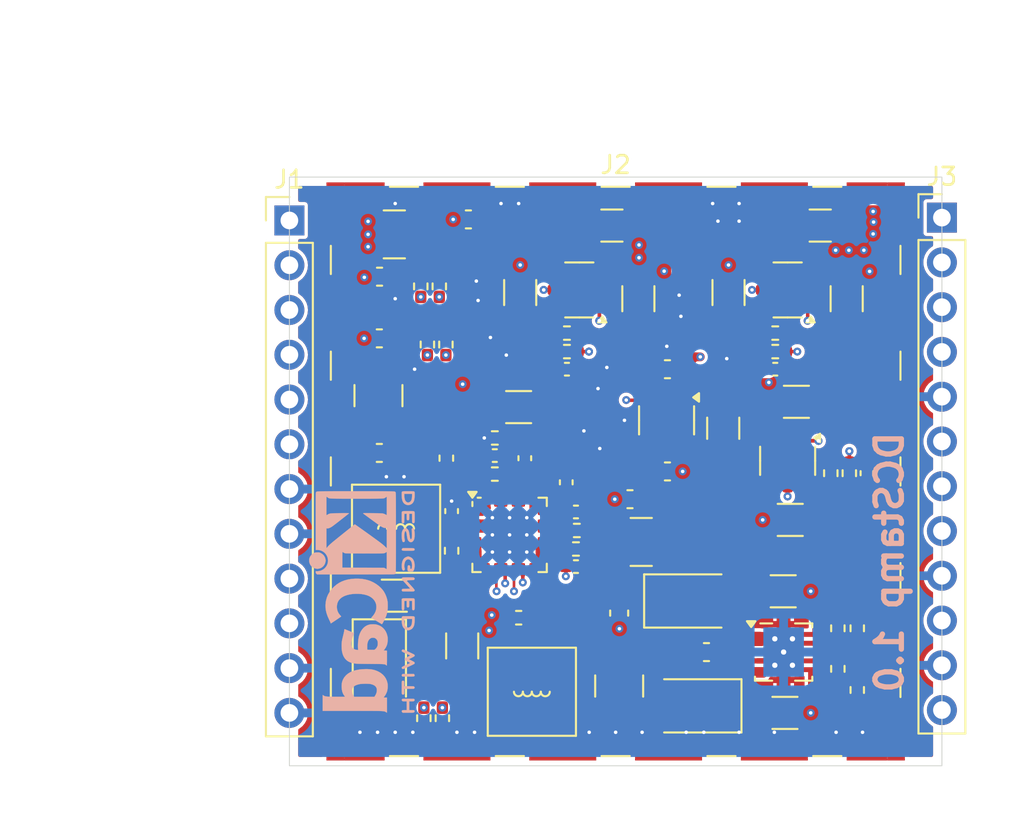
<source format=kicad_pcb>
(kicad_pcb (version 20240108) (generator "pcbnew") (generator_version "8.0")
  (layers (0 "F.Cu" signal) (1 "In1.Cu" signal) (2 "In2.Cu" signal) (31 "B.Cu" signal) (34 "B.Paste" user) (35 "F.Paste" user) (36 "B.SilkS" user "B.Silkscreen") (37 "F.SilkS" user "F.Silkscreen") (38 "B.Mask" user) (39 "F.Mask" user) (44 "Edge.Cuts" user))
  (net 0 "")
  (net 1 "GND")
  (net 2 "Net-(U2-FB)")
  (net 3 "Net-(U3-FB)")
  (net 4 "Net-(U4-FB)")
  (net 5 "Net-(U5-NR{slash}SS)")
  (net 6 "Net-(U2-SW)")
  (net 7 "Net-(U3-SW)")
  (net 8 "Net-(U4-SW)")
  (net 9 "Net-(U5-FBN)")
  (net 10 "Net-(U5-BUF)")
  (net 11 "Net-(U5-FBP)")
  (net 13 "/PSP")
  (net 14 "/Analog_EN")
  (net 15 "/PSN")
  (net 16 "/VIN(5V)")
  (net 17 "/1.8V_EN")
  (net 18 "/2.5V_EN")
  (net 19 "/3.3V_EN")
  (net 20 "/1.2V_EN")
  (net 21 "/Digital-power/VIN(5V)")
  (net 22 "/#3.3V")
  (net 23 "/#2.5V")
  (net 24 "/#1.8V")
  (net 25 "/#1.2V")
  (net 26 "/5V")
  (net 27 "/-5V")
  (net 28 "/PG_1.2V")
  (net 29 "/PG_1.8V")
  (net 30 "/PG_3.3V")
  (net 31 "/Analog_power/LDO/Vin-")
  (net 32 "/Analog_power/LDO/Vin+")
  (net 33 "/Analog_power/VIN(5V)")
  (net 34 "/Analog_power/DCDC/Vin")
  (net 35 "Net-(U6-CP)")
  (net 36 "Net-(U6-VREF)")
  (net 37 "Net-(U6-FBN)")
  (net 38 "/Analog_power/DCDC/Vout-")
  (net 39 "Net-(U6-CN)")
  (net 40 "Net-(U6-FBP)")
  (net 41 "/Analog_power/DCDC/Vout+")
  (net 42 "Net-(D1-A)")
  (net 43 "Net-(D2-K)")
  (footprint "Capacitor_SMD:C_1206_3216Metric_Pad1.33x1.80mm_HandSolder" (layer "F.Cu") (at 71 119.5)
    (property "Reference" "C19" (hide yes))
    (property "Value" "Value=22uF")
  )
  (footprint "Package_DFN_QFN:VQFN-24-1EP_4x4mm_P0.5mm_EP2.45x2.45mm_ThermalVias" (layer "F.Cu") (at 55.4855 116.3)
    (property "Reference" "U6" (hide yes))
    (property "Value" "TPS65130RGE")
  )
  (footprint "Capacitor_SMD:C_0402_1005Metric_Pad0.74x0.62mm_HandSolder" (layer "F.Cu") (at 59.249 118.1 180)
    (property "Reference" "C26" (hide yes))
    (property "Value" "13pF")
  )
  (footprint "Connector_PinHeader_2.54mm:PinHeader_1x12_P2.54mm_Vertical" (layer "F.Cu") (at 80 98.3)
    (property "Reference" "J3")
    (property "Value" "Conn_01x12")
  )
  (footprint "Resistor_SMD:R_0402_1005Metric_Pad0.72x0.64mm_HandSolder" (layer "F.Cu") (at 73.7 112.799999 90)
    (property "Reference" "R9" (hide yes))
    (property "Value" "R")
  )
  (footprint "RF_Shielding:Laird_Technologies_BMI-S-104_32.00x32.00mm" (layer "F.Cu") (at 61.5 112.7)
    (property "Reference" "J2")
    (property "Value" "RFShield_TwoPieces")
  )
  (footprint "Inductor_SMD:L_1206_3216Metric_Pad1.42x1.75mm_HandSolder" (layer "F.Cu") (at 73.1 98.75)
    (property "Reference" "L2" (hide yes))
    (property "Value" "2.2uH")
  )
  (footprint "Capacitor_SMD:C_0603_1608Metric_Pad1.08x0.95mm_HandSolder" (layer "F.Cu") (at 62.312501 114.275 180)
    (property "Reference" "C14" (hide yes))
    (property "Value" "Value=100nF")
  )
  (footprint "Resistor_SMD:R_0402_1005Metric_Pad0.72x0.64mm_HandSolder" (layer "F.Cu") (at 51.675 126.7 90)
    (property "Reference" "R17" (hide yes))
    (property "Value" "10k")
  )
  (footprint "Capacitor_SMD:C_0402_1005Metric_Pad0.74x0.62mm_HandSolder" (layer "F.Cu") (at 75.750001 112.799999 -90)
    (property "Reference" "C9" (hide yes))
    (property "Value" "C")
  )
  (footprint "Capacitor_SMD:C_1206_3216Metric_Pad1.33x1.80mm_HandSolder" (layer "F.Cu") (at 71.1 126.4)
    (property "Reference" "C20" (hide yes))
    (property "Value" "Value=22uF")
  )
  (footprint "Capacitor_SMD:C_0402_1005Metric_Pad0.74x0.62mm_HandSolder" (layer "F.Cu") (at 58.699 113.3175 90)
    (property "Reference" "C27" (hide yes))
    (property "Value" "4.7nF")
  )
  (footprint "Resistor_SMD:R_0402_1005Metric_Pad0.72x0.64mm_HandSolder" (layer "F.Cu") (at 75.2 121.6 90)
    (property "Reference" "R15" (hide yes))
    (property "Value" "10k")
  )
  (footprint "Package_SON:Texas_S-PVSON-N10_ThermalVias" (layer "F.Cu") (at 71.025 122.9475)
    (property "Reference" "U5" (hide yes))
    (property "Value" "TPS7A39")
  )
  (footprint "Capacitor_Tantalum_SMD:CP_EIA-3528-21_Kemet-B_Pad1.50x2.35mm_HandSolder" (layer "F.Cu") (at 48.1 123.724999 -90)
    (property "Reference" "C17" (hide yes))
    (property "Value" "Value=33uF Rser=350m")
  )
  (footprint "Diode_SMD:D_Powermite_AK" (layer "F.Cu") (at 51.899 110.9975 -90)
    (property "Reference" "D1" (hide yes))
    (property "Value" "D_Schottky")
  )
  (footprint "Capacitor_SMD:C_0402_1005Metric_Pad0.74x0.62mm_HandSolder" (layer "F.Cu") (at 58.7375 106.899999 180)
    (property "Reference" "C12" (hide yes))
    (property "Value" "C")
  )
  (footprint "Capacitor_SMD:C_0603_1608Metric_Pad1.08x0.95mm_HandSolder" (layer "F.Cu") (at 61.7 120.737499 90)
    (property "Reference" "C15" (hide yes))
    (property "Value" "Value=100n")
  )
  (footprint "Resistor_SMD:R_0402_1005Metric_Pad0.72x0.64mm_HandSolder" (layer "F.Cu") (at 51.875 105.5 -90)
    (property "Reference" "R2" (hide yes))
    (property "Value" "100")
  )
  (footprint "Capacitor_SMD:C_0603_1608Metric_Pad1.08x0.95mm_HandSolder" (layer "F.Cu") (at 48.1 105.15)
    (property "Reference" "C31" (hide yes))
    (property "Value" "Value=10nF")
  )
  (footprint "Resistor_SMD:R_0402_1005Metric_Pad0.72x0.64mm_HandSolder" (layer "F.Cu") (at 70.55 104.849999)
    (property "Reference" "R7" (hide yes))
    (property "Value" "R")
  )
  (footprint "Capacitor_Tantalum_SMD:CP_EIA-3528-21_Kemet-B_Pad1.50x2.35mm_HandSolder" (layer "F.Cu") (at 65.75 120.05)
    (property "Reference" "C22" (hide yes))
    (property "Value" "Value=33uF Rser=350m")
  )
  (footprint "Resistor_SMD:R_0402_1005Metric_Pad0.72x0.64mm_HandSolder" (layer "F.Cu") (at 58.7375 104.849998)
    (property "Reference" "R11" (hide yes))
    (property "Value" "R")
  )
  (footprint "Inductor_SMD:L_1210_3225Metric_Pad1.42x2.65mm_HandSolder" (layer "F.Cu") (at 48.95 99.25)
    (property "Reference" "L1" (hide yes))
    (property "Value" "~")
  )
  (footprint "Package_TO_SOT_SMD:SOT-23-6" (layer "F.Cu") (at 71.252501 112.097501 -90)
    (property "Reference" "U3" (hide yes))
    (property "Value" "TLV62568DDC")
  )
  (footprint "Resistor_SMD:R_0402_1005Metric_Pad0.72x0.64mm_HandSolder" (layer "F.Cu") (at 51.5 102.2 -90)
    (property "Reference" "R4" (hide yes))
    (property "Value" "100")
  )
  (footprint "Capacitor_SMD:C_0603_1608Metric_Pad1.08x0.95mm_HandSolder" (layer "F.Cu") (at 66.65 122.95)
    (property "Reference" "C18" (hide yes))
    (property "Value" "Value=10nF")
  )
  (footprint "Resistor_SMD:R_0402_1005Metric_Pad0.72x0.64mm_HandSolder" (layer "F.Cu") (at 74.750001 112.799998 -90)
    (property "Reference" "R8" (hide yes))
    (property "Value" "R")
  )
  (footprint "Capacitor_SMD:C_1206_3216Metric_Pad1.33x1.80mm_HandSolder" (layer "F.Cu") (at 55.999001 109.05)
    (property "Reference" "C30" (hide yes))
    (property "Value" "Value=22uF")
  )
  (footprint "Capacitor_SMD:C_0402_1005Metric_Pad0.74x0.62mm_HandSolder" (layer "F.Cu") (at 59.249 115 180)
    (property "Reference" "C25" (hide yes))
    (property "Value" "220nF")
  )
  (footprint "PCM_Inductor_SMD_Handsoldering_AKL:L_Wuerth_WE-TPC-3816" (layer "F.Cu") (at 56.749 125.2 -90)
    (property "Reference" "L8" (hide yes))
    (property "Value" "6.8uH" (hide yes))
  )
  (footprint "Capacitor_SMD:C_1206_3216Metric_Pad1.33x1.80mm_HandSolder" (layer "F.Cu") (at 74.6 102.9 -90)
    (property "Reference" "C7" (hide yes))
    (property "Value" "Value=10uF")
  )
  (footprint "Capacitor_SMD:C_1206_3216Metric_Pad1.33x1.80mm_HandSolder" (layer "F.Cu") (at 71.400001 115.45)
    (property "Reference" "C8" (hide yes))
    (property "Value" "Value=10uF")
  )
  (footprint "PCM_Inductor_SMD_Handsoldering_AKL:L_Wuerth_WE-TPC-3816" (layer "F.Cu") (at 49.049 115.95 90)
    (property "Reference" "L7" (hide yes))
    (property "Value" "Value=6.8u Rser=100m" (hide yes))
  )
  (footprint "Resistor_SMD:R_0402_1005Metric_Pad0.72x0.64mm_HandSolder" (layer "F.Cu") (at 50.825 105.4975 -90)
    (property "Reference" "R3" (hide yes))
    (property "Value" "100")
  )
  (footprint "Inductor_SMD:L_1206_3216Metric_Pad1.42x1.75mm_HandSolder" (layer "F.Cu") (at 67.600001 110.250001 90)
    (property "Reference" "L3" (hide yes))
    (property "Value" "2.2uH")
  )
  (footprint "Resistor_SMD:R_0402_1005Metric_Pad0.72x0.64mm_HandSolder" (layer "F.Cu") (at 58.737501 105.899999 180)
    (property "Reference" "R10" (hide yes))
    (property "Value" "R")
  )
  (footprint "Inductor_SMD:L_1210_3225Metric_Pad1.42x2.65mm_HandSolder" (layer "F.Cu") (at 61.7 124.875 -90)
    (property "Reference" "L9" (hide yes))
    (property "Value" "~")
  )
  (footprint "Resistor_SMD:R_0402_1005Metric_Pad0.72x0.64mm_HandSolder" (layer "F.Cu") (at 54.649 112.85)
    (property "Reference" "R21" (hide yes))
    (property "Value" "510k")
  )
  (footprint "Package_TO_SOT_SMD:SOT-23-5" (layer "F.Cu") (at 64.3875 109.8 -90)
    (property "Reference" "U1" (hide yes))
    (property "Value" "NCP718xSN250")
  )
  (footprint "Resistor_SMD:R_0402_1005Metric_Pad0.72x0.64mm_HandSolder" (layer "F.Cu") (at 54.649 110.8 180)
    (property "Reference" "R22" (hide yes))
    (property "Value" "130k")
  )
  (footprint "Capacitor_SMD:C_0402_1005Metric_Pad0.74x0.62mm_HandSolder" (layer "F.Cu") (at 56.349 111.95 90)
    (property "Reference" "C24" (hide yes))
    (property "Value" "10nF")
  )
  (footprint "Capacitor_SMD:C_1206_3216Metric_Pad1.33x1.80mm_HandSolder" (layer "F.Cu") (at 52.799 122.6 -90)
    (property "Reference" "C29" (hide yes))
    (property "Value" "Value=22uF")
  )
  (footprint "Inductor_SMD:L_1210_3225Metric_Pad1.42x2.65mm_HandSolder" (layer "F.Cu") (at 62.95 116.7)
    (property "Reference" "L5" (hide yes))
    (property "Value" "~")
  )
  (footprint "Resistor_SMD:R_0402_1005Metric_Pad0.72x0.64mm_HandSolder" (layer "F.Cu") (at 59.298999 116.05 180)
    (property "Reference" "R19" (hide yes))
    (property "Value" "110k")
  )
  (footprint "Resistor_SMD:R_0402_1005Metric_Pad0.72x0.64mm_HandSolder" (layer "F.Cu") (at 74.1 121.6 -90)
    (property "Reference" "R14" (hide yes))
    (property "Value" "32.4k")
  )
  (footprint "Resistor_SMD:R_0402_1005Metric_Pad0.72x0.64mm_HandSolder" (layer "F.Cu") (at 59.249 117.1 180)
    (property "Reference" "R20" (hide yes))
    (property "Value" "560k")
  )
  (footprint "Capacitor_SMD:C_1206_3216Metric_Pad1.33x1.80mm_HandSolder" (layer "F.Cu") (at 48.949 119.75)
    (property "Reference" "C21" (hide yes))
    (property "Value" "Value=10uF")
  )
  (footprint "Resistor_SMD:R_0402_1005Metric_Pad0.72x0.64mm_HandSolder" (layer "F.Cu") (at 70.550001 105.9 180)
    (property "Reference" "R6" (hide yes))
    (property "Value" "R")
  )
  (footprint "Resistor_SMD:R_0402_1005Metric_Pad0.72x0.64mm_HandSolder" (layer "F.Cu") (at 75.2 125.1 -90)
    (property "Reference" "R13" (hide yes))
    (property "Value" "42.2k")
  )
  (footprint "Capacitor_SMD:C_0603_1608Metric_Pad1.08x0.95mm_HandSolder" (layer "F.Cu") (at 64.4375 106.9 180)
    (property "Reference" "C3" (hide yes))
    (property "Value" "1uF")
  )
  (footprint "Capacitor_SMD:C_1206_3216Metric_Pad1.33x1.80mm_HandSolder" (layer "F.Cu") (at 62.7875 102.899999 -90)
    (property "Reference" "C13" (hide yes))
    (property "Value" "Value=10uF")
  )
  (footprint "Inductor_SMD:L_1206_3216Metric_Pad1.42x1.75mm_HandSolder" (layer "F.Cu") (at 61.2875 98.749999)
    (property "Reference" "L4" (hide yes))
    (property "Value" "2.2uH")
  )
  (footprint "Capacitor_Tantalum_SMD:CP_EIA-3528-21_Kemet-B_Pad1.50x2.35mm_HandSolder" (layer "F.Cu") (at 66 126 180)
    (property "Reference" "C16" (hide yes))
    (property "Value" "Value=33uF Rser=350m")
  )
  (footprint "Capacitor_SMD:C_0603_1608Metric_Pad1.08x0.95mm_HandSolder" (layer "F.Cu") (at 48.112501 101.65)
    (property "Reference" "C1" (hide yes))
    (property "Value" "Value=10n")
  )
  (footprint "Diode_SMD:D_Powermite_AK" (layer "F.Cu") (at 56.9515 121 180)
    (property "Reference" "D2" (hide yes))
    (property "Value" "D_Schottky")
  )
  (footprint "Capacitor_SMD:C_0603_1608Metric_Pad1.08x0.95mm_HandSolder" (layer "F.Cu") (at 48.1 111.65)
    (property "Reference" "C32" (hide yes))
    (property "Value" "Value=100nF")
  )
  (footprint "Resistor_SMD:R_0402_1005Metric_Pad0.72x0.64mm_HandSolder" (layer "F.Cu") (at 50.45 102.2 -90)
    (property "Reference" "R5" (hide yes))
    (property "Value" "100")
  )
  (footprint "Inductor_SMD:L_1210_3225Metric_Pad1.42x2.65mm_HandSolder" (layer "F.Cu") (at 48.05 108.4 -90)
    (property "Reference" "L6" (hide yes))
    (property "Value" "~")
  )
  (footprint "Capacitor_SMD:C_0603_1608Metric_Pad1.08x0.95mm_HandSolder" (layer "F.Cu") (at 53.15 98.4)
    (property "Reference" "C2" (hide yes))
    (property "Value" "Value=100n")
  )
  (footprint "Package_TO_SOT_SMD:SOT-23-6" (layer "F.Cu") (at 59.439999 102.402499 180)
    (property "Reference" "U4" (hide yes))
    (property "Value" "TLV62568DDC")
  )
  (footprint "Resistor_SMD:R_0402_1005Metric_Pad0.72x0.64mm_HandSolder" (layer "F.Cu") (at 74.1 123.9 -90)
    (property "Reference" "R12" (hide yes))
    (property "Value" "10k")
  )
  (footprint "Capacitor_SMD:C_0402_1005Metric_Pad0.74x0.62mm_HandSolder" (layer "F.Cu") (at 54.646499 111.800001 180)
    (property "Reference" "C28" (hide yes))
    (property "Value" "13p")
  )
  (footprint "Resistor_SMD:R_0402_1005Metric_Pad0.72x0.64mm_HandSolder" (layer "F.Cu") (at 52.199 117.2 90)
    (property "Reference" "R18" (hide yes))
    (property "Value" "100")
  )
  (footprint "Package_TO_SOT_SMD:SOT-23-6" (layer "F.Cu") (at 71.252499 102.4025 180)
    (property "Reference" "U2" (hide yes))
    (property "Value" "TLV62568DDC")
  )
  (footprint "Capacitor_SMD:C_1206_3216Metric_Pad1.33x1.80mm_HandSolder" (layer "F.Cu") (at 71.75 108.75)
    (property "Reference" "C10" (hide yes))
    (property "Value" "Value=10uF")
  )
  (footprint "Capacitor_SMD:C_0402_1005Metric_Pad0.74x0.62mm_HandSolder" (layer "F.Cu") (at 52.199 114.95 90)
    (property "Reference" "C23" (hide yes))
    (property "Value" "100nF")
  )
  (footprint "Capacitor_SMD:C_1206_3216Metric_Pad1.33x1.80mm_HandSolder" (layer "F.Cu") (at 56.0875 102.549999 -90)
    (property "Reference" "C11" (hide yes))
    (property "Value" "Value=10uF")
  )
  (footprint "Resistor_SMD:R_0402_1005Metric_Pad0.72x0.64mm_HandSolder" (layer "F.Cu") (at 50.625 126.7 90)
    (property "Reference" "R16" (hide yes))
    (property "Value" "10k")
  )
  (footprint "Capacitor_SMD:C_0402_1005Metric_Pad0.74x0.62mm_HandSolder" (layer "F.Cu") (at 70.55 106.9 180)
    (property "Reference" "C6" (hide yes))
    (property "Value" "C")
  )
  (footprint "Capacitor_SMD:C_0603_1608Metric_Pad1.08x0.95mm_HandSolder" (layer "F.Cu") (at 64.437499 112.7 180)
    (property "Reference" "C4" (hide yes))
    (property "Value" "1uF")
  )
  (footprint "Connector_PinHeader_2.54mm:PinHeader_1x12_P2.54mm_Vertical" (layer "F.Cu") (at 43 98.46)
    (property "Reference" "J1")
    (property "Value" "Conn_01x12")
  )
  (footprint "Capacitor_SMD:C_1206_3216Metric_Pad1.33x1.80mm_HandSolder" (layer "F.Cu") (at 67.9 102.55 -90)
    (property "Reference" "C5" (hide yes))
    (property "Value" "Value=10uF")
  )
  (footprint "Symbol:KiCad-Logo2_5mm_SilkScreen" (layer "B.Cu") (at 47.1 120.1 -90)
    (property "Reference" "logo1" (hide yes))
    (property "Value" "Logo_Open_Hardware_Small" (hide yes))
  )
  (gr_rect (start 43 96) (end 80 129.4) (stroke (width 0.05)) (fill none) (layer "Edge.Cuts"))
  (gr_text "DCStamp 1.0" (at 77.9 110.3 90) (layer "B.SilkS") (effects (font (size 1.5 1.5) (thickness 0.3) (bold yes)) (justify left bottom mirror)))
  (segment (start 62.7875 104.462499) (end 62.7875 105.6875) (width 0.8) (layer "F.Cu") (net 1))
  (segment (start 48.1 125.35) (end 49.65 125.35) (width 0.8) (layer "F.Cu") (net 1))
  (segment (start 52.925 115.55) (end 52.809 115.434) (width 0.2) (layer "F.Cu") (net 1))
  (segment (start 57.561501 109.05) (end 57.561501 107.738499) (width 0.8) (layer "F.Cu") (net 1))
  (segment (start 67.625 126) (end 69.1375 126) (width 0.8) (layer "F.Cu") (net 1))
  (segment (start 54.612499 104.112499) (end 54.6 104.1) (width 0.8) (layer "F.Cu") (net 1))
  (segment (start 56.7355 115.05) (end 56.4605 115.325) (width 0.25) (layer "F.Cu") (net 1))
  (segment (start 69.4375 119.5) (end 69.4375 118.0375) (width 0.8) (layer "F.Cu") (net 1))
  (segment (start 74.6 104.4625) (end 75.9375 104.4625) (width 0.8) (layer "F.Cu") (net 1))
  (segment (start 53.498 116.05) (end 54.2605 116.05) (width 0.25) (layer "F.Cu") (net 1))
  (segment (start 48.1 125.35) (end 46.75 125.35) (width 0.8) (layer "F.Cu") (net 1))
  (segment (start 69.4375 119.5) (end 67.925 119.5) (width 0.8) (layer "F.Cu") (net 1))
  (segment (start 52.799 125.299) (end 52.8 125.3) (width 0.8) (layer "F.Cu") (net 1))
  (segment (start 53.498 115.55) (end 52.925 115.55) (width 0.2) (layer "F.Cu") (net 1))
  (segment (start 69.1375 126) (end 69.5375 126.4) (width 0.8) (layer "F.Cu") (net 1))
  (segment (start 73.3125 108.75) (end 73.3125 107.2875) (width 0.8) (layer "F.Cu") (net 1))
  (segment (start 57.561501 109.05) (end 58.95 109.05) (width 0.8) (layer "F.Cu") (net 1))
  (segment (start 70.275 123.4475) (end 70.525 123.6975) (width 0.3) (layer "F.Cu") (net 1))
  (segment (start 57.561501 109.05) (end 56.65 109.05) (width 0.8) (layer "F.Cu") (net 1))
  (segment (start 48.9625 111.65) (end 48.9625 112.4625) (width 0.8) (layer "F.Cu") (net 1))
  (segment (start 54.2855 115.55) (end 54.5105 115.325) (width 0.2) (layer "F.Cu") (net 1))
  (segment (start 67.9 104.1125) (end 66.4125 104.1125) (width 0.8) (layer "F.Cu") (net 1))
  (segment (start 52.809 115.434) (end 52.809 114.9925) (width 0.2) (layer "F.Cu") (net 1))
  (segment (start 74.6 104.4625) (end 74.6 105.9) (width 0.8) (layer "F.Cu") (net 1))
  (segment (start 69.55 123.4475) (end 70.275 123.4475) (width 0.3) (layer "F.Cu") (net 1))
  (segment (start 67.625 126) (end 67.625 128.175) (width 0.8) (layer "F.Cu") (net 1))
  (segment (start 67.9 104.1125) (end 67.9 105.4) (width 0.8) (layer "F.Cu") (net 1))
  (segment (start 62.7875 104.462499) (end 61.537501 104.462499) (width 0.8) (layer "F.Cu") (net 1))
  (segment (start 52.799 124.1625) (end 53.9625 124.1625) (width 0.8) (layer "F.Cu") (net 1))
  (segment (start 50.5115 119.75) (end 50.5115 121.2885) (width 0.8) (layer "F.Cu") (net 1))
  (segment (start 52.799 124.1625) (end 52.799 125.299) (width 0.8) (layer "F.Cu") (net 1))
  (segment (start 72.962501 115.45) (end 72.962501 116.962501) (width 0.8) (layer "F.Cu") (net 1))
  (segment (start 67.625 128.175) (end 67.6 128.2) (width 0.8) (layer "F.Cu") (net 1))
  (segment (start 74.6 104.4625) (end 74.6 103.2) (width 0.8) (layer "F.Cu") (net 1))
  (segment (start 74.6 104.4625) (end 73.4375 104.4625) (width 0.8) (layer "F.Cu") (net 1))
  (segment (start 56.0875 104.112499) (end 54.612499 104.112499) (width 0.8) (layer "F.Cu") (net 1))
  (segment (start 54.2605 116.05) (end 54.5105 116.3) (width 0.2) (layer "F.Cu") (net 1))
  (segment (start 57.561501 109.05) (end 57.561501 110.438499) (width 0.8) (layer "F.Cu") (net 1))
  (segment (start 62.7875 104.462499) (end 64.437501 104.462499) (width 0.8) (layer "F.Cu") (net 1))
  (segment (start 56.0875 104.112499) (end 56.0875 105.3875) (width 0.8) (layer "F.Cu") (net 1))
  (segment (start 52.809 114.9925) (end 52.199 114.3825) (width 0.2) (layer "F.Cu") (net 1))
  (segment (start 73.3125 108.75) (end 73.3125 109.7125) (width 0.8) (layer "F.Cu") (net 1))
  (segment (start 52.799 124.1625) (end 51.3375 124.1625) (width 0.8) (layer "F.Cu") (net 1))
  (segment (start 57.561501 107.738499) (end 57.565238 107.734762) (width 0.8) (layer "F.Cu") (net 1))
  (segment (start 73.3125 108.75) (end 74.65 108.75) (width 0.8) (layer "F.Cu") (net 1))
  (segment (start 69.4375 120.8375) (end 69.5 120.9) (width 0.8) (layer "F.Cu") (net 1))
  (segment (start 69.4375 119.5) (end 69.4375 120.8375) (width 0.8) (layer "F.Cu") (net 1))
  (segment (start 67.925 119.5) (end 67.375 120.05) (width 0.8) (layer "F.Cu") (net 1))
  (segment (start 56.0875 105.3875) (end 56.1 105.4) (width 0.8) (layer "F.Cu") (net 1))
  (segment (start 69.4375 118.0375) (end 69.4 118) (width 0.8) (layer "F.Cu") (net 1))
  (segment (start 51.3375 124.1625) (end 51.3 124.2) (width 0.8) (layer "F.Cu") (net 1))
  (segment (start 48.1 125.35) (end 48.1 126.6) (width 0.8) (layer "F.Cu") (net 1))
  (segment (start 56.7355 114.3125) (end 56.7355 115.05) (width 0.25) (layer "F.Cu") (net 1))
  (segment (start 53.498 115.55) (end 54.2855 115.55) (width 0.25) (layer "F.Cu") (net 1))
  (segment (start 67.9 104.1125) (end 69.1125 104.1125) (width 0.8) (layer "F.Cu") (net 1))
  (segment (start 56.0875 104.112499) (end 57.187501 104.112499) (width 0.8) (layer "F.Cu") (net 1))
  (segment (start 72.962501 115.45) (end 74.75 115.45) (width 0.8) (layer "F.Cu") (net 1))
  (via (at 70.5 127.5) (size 0.45) (drill 0.2) (layers "F.Cu" "B.Cu") (net 1))
  (via (at 67.8 106.3) (size 0.45) (drill 0.2) (layers "F.Cu" "B.Cu") (net 1))
  (via (at 54.0515 110.8) (size 0.45) (drill 0.2) (layers "F.Cu" "B.Cu") (net 1))
  (via (at 62 109.8) (size 0.45) (drill 0.2) (layers "F.Cu" "B.Cu") (net 1))
  (via (at 54.4 105.1) (size 0.45) (drill 0.2) (layers "F.Cu" "B.Cu") (net 1))
  (via (at 48 127.5) (size 0.45) (drill 0.2) (layers "F.Cu" "B.Cu") (net 1))
  (via (at 53.7 103) (size 0.45) (drill 0.2) (layers "F.Cu" "B.Cu") (net 1))
  (via (at 61 106.8) (size 0.45) (drill 0.2) (layers "F.Cu" "B.Cu") (net 1))
  (via (at 60 127.5) (size 0.45) (drill 0.2) (layers "F.Cu" "B.Cu") (net 1))
  (via (at 63 127.5) (size 0.45) (drill 0.2) (layers "F.Cu" "B.Cu") (net 1))
  (via (at 64.4 105.6) (size 0.45) (drill 0.2) (layers "F.Cu" "B.Cu") (net 1))
  (via (at 49 97.5) (size 0.45) (drill 0.2) (layers "F.Cu" "B.Cu") (net 1))
  (via (at 68.5 127.5) (size 0.45) (drill 0.2) (layers "F.Cu" "B.Cu") (net 1))
  (via (at 50.1 106.9) (size 0.45) (drill 0.2) (layers "F.Cu" "B.Cu") (net 1))
  (via (at 65.1 102.7) (size 0.45) (drill 0.2) (layers "F.Cu" "B.Cu") (net 1))
  (via (at 68.5 97.5) (size 0.45) (drill 0.2) (layers "F.Cu" "B.Cu") (net 1))
  (via (at 65.5 127.5) (size 0.45) (drill 0.2) (layers "F.Cu" "B.Cu") (net 1))
  (via (at 53.6 101.9) (size 0.45) (drill 0.2) (layers "F.Cu" "B.Cu") (net 1))
  (via (at 67 97.5) (size 0.45) (drill 0.2) (layers "F.Cu" "B.Cu") (net 1))
  (via (at 52.199 114.3825) (size 0.45) (drill 0.2) (layers "F.Cu" "B.Cu") (net 1))
  (via (at 61.5 127.5) (size 0.45) (drill 0.2) (layers "F.Cu" "B.Cu") (net 1))
  (via (at 55.3 106.1) (size 0.45) (drill 0.2) (layers "F.Cu" "B.Cu") (net 1))
  (via (at 49.5 113) (size 0.45) (drill 0.2) (layers "F.Cu" "B.Cu") (net 1))
  (via (at 49 102.9) (size 0.45) (drill 0.2) (layers "F.Cu" "B.Cu") (net 1))
  (via (at 50 127.5) (size 0.45) (drill 0.2) (layers "F.Cu" "B.Cu") (net 1))
  (via (at 56 97.5) (size 0.45) (drill 0.2) (layers "F.Cu" "B.Cu") (net 1))
  (via (at 48.5 113) (size 0.45) (drill 0.2) (layers "F.Cu" "B.Cu") (net 1))
  (via (at 55 97.5) (size 0.45) (drill 0.2) (layers "F.Cu" "B.Cu") (net 1))
  (via (at 75.5 127.5) (size 0.45) (drill 0.2) (layers "F.Cu" "B.Cu") (net 1))
  (via (at 65.2 103.9) (size 0.45) (drill 0.2) (layers "F.Cu" "B.Cu") (net 1))
  (via (at 66.5 127.5) (size 0.45) (drill 0.2) (layers "F.Cu" "B.Cu") (net 1))
  (via (at 47 127.5) (size 0.45) (drill 0.2) (layers "F.Cu" "B.Cu") (net 1))
  (via (at 67.3 98.5) (size 0.45) (drill 0.2) (layers "F.Cu" "B.Cu") (net 1))
  (via (at 68.5 98.5) (size 0.45) (drill 0.2) (layers "F.Cu" "B.Cu") (net 1))
  (via (at 60.5 108) (size 0.45) (drill 0.2) (layers "F.Cu" "B.Cu") (net 1))
  (via (at 52.5 127.5) (size 0.45) (drill 0.2) (layers "F.Cu" "B.Cu") (net 1))
  (via (at 49 127.5) (size 0.45) (drill 0.2) (layers "F.Cu" "B.Cu") (net 1))
  (via (at 59.7 110.4) (size 0.45) (drill 0.2) (layers "F.Cu" "B.Cu") (net 1))
  (via (at 53.5 127.5) (size 0.45) (drill 0.2) (layers "F.Cu" "B.Cu") (net 1))
  (via (at 60.6 111.4) (size 0.45) (drill 0.2) (layers "F.Cu" "B.Cu") (net 1))
  (via (at 74 127.5) (size 0.45) (drill 0.2) (layers "F.Cu" "B.Cu") (net 1))
  (segment (start 69.9525 104.1025) (end 69.9525 104.85) (width 0.2) (layer "F.Cu") (net 2))
  (segment (start 69.9525 106.87) (end 69.9825 106.9) (width 0.2) (layer "F.Cu") (net 2))
  (segment (start 69.9525 105.9) (end 69.9525 106.87) (width 0.2) (layer "F.Cu") (net 2))
  (segment (start 70.114999 103.352499) (end 70.114998 103.935001) (width 0.2) (layer "F.Cu") (net 2))
  (segment (start 69.9525 104.85) (end 69.9525 105.9) (width 0.2) (layer "F.Cu") (net 2))
  (segment (start 69.95 104.1) (end 69.9525 104.1025) (width 0.2) (layer "F.Cu") (net 2))
  (segment (start 70.114998 103.935001) (end 69.95 104.1) (width 0.2) (layer "F.Cu") (net 2))
  (segment (start 72.2025 113.235001) (end 72.785002 113.235002) (width 0.2) (layer "F.Cu") (net 3))
  (segment (start 74.750001 113.3975) (end 75.720001 113.3975) (width 0.2) (layer "F.Cu") (net 3))
  (segment (start 73.700001 113.3975) (end 74.750001 113.3975) (width 0.2) (layer "F.Cu") (net 3))
  (segment (start 73.7 113.3975) (end 74.75 113.3975) (width 0.2) (layer "F.Cu") (net 3))
  (segment (start 75.720001 113.3975) (end 75.750001 113.3675) (width 0.2) (layer "F.Cu") (net 3))
  (segment (start 72.785002 113.235002) (end 72.950001 113.4) (width 0.2) (layer "F.Cu") (net 3))
  (segment (start 72.952501 113.3975) (end 73.700001 113.3975) (width 0.2) (layer "F.Cu") (net 3))
  (segment (start 74.750001 113.3975) (end 75.720001 113.3975) (width 0.2) (layer "F.Cu") (net 3))
  (segment (start 72.952501 113.3975) (end 73.700001 113.3975) (width 0.2) (layer "F.Cu") (net 3))
  (segment (start 72.785002 113.235002) (end 72.950001 113.4) (width 0.2) (layer "F.Cu") (net 3))
  (segment (start 72.785001 113.235001) (end 72.950001 113.4) (width 0.2) (layer "F.Cu") (net 3))
  (segment (start 72.2025 113.235001) (end 72.785002 113.235002) (width 0.2) (layer "F.Cu") (net 3))
  (segment (start 72.9525 113.3975) (end 73.7 113.3975) (width 0.2) (layer "F.Cu") (net 3))
  (segment (start 72.950001 113.4) (end 72.952501 113.3975) (width 0.2) (layer "F.Cu") (net 3))
  (segment (start 72.202499 113.235002) (end 72.785001 113.235001) (width 0.2) (layer "F.Cu") (net 3))
  (segment (start 74.75 113.3975) (end 75.72 113.3975) (width 0.2) (layer "F.Cu") (net 3))
  (segment (start 72.950001 113.4) (end 72.952501 113.3975) (width 0.2) (layer "F.Cu") (net 3))
  (segment (start 75.720001 113.3975) (end 75.750001 113.3675) (width 0.2) (layer "F.Cu") (net 3))
  (segment (start 73.700001 113.3975) (end 74.750001 113.3975) (width 0.2) (layer "F.Cu") (net 3))
  (segment (start 75.72 113.3975) (end 75.750001 113.3675) (width 0.2) (layer "F.Cu") (net 3))
  (segment (start 72.950001 113.4) (end 72.9525 113.3975) (width 0.2) (layer "F.Cu") (net 3))
  (segment (start 58.14 104.849999) (end 58.14 105.899999) (width 0.2) (layer "F.Cu") (net 4))
  (segment (start 58.14 104.849999) (end 58.14 105.899999) (width 0.2) (layer "F.Cu") (net 4))
  (segment (start 58.14 105.899999) (end 58.14 106.87) (width 0.2) (layer "F.Cu") (net 4))
  (segment (start 58.14 106.87) (end 58.17 106.9) (width 0.2) (layer "F.Cu") (net 4))
  (segment (start 58.14 106.869999) (end 58.17 106.899999) (width 0.2) (layer "F.Cu") (net 4))
  (segment (start 58.14 104.85) (end 58.14 105.899999) (width 0.2) (layer "F.Cu") (net 4))
  (segment (start 58.1375 104.1) (end 58.14 104.1025) (width 0.2) (layer "F.Cu") (net 4))
  (segment (start 58.302499 103.935001) (end 58.1375 104.1) (width 0.2) (layer "F.Cu") (net 4))
  (segment (start 58.14 105.899999) (end 58.14 106.869999) (width 0.2) (layer "F.Cu") (net 4))
  (segment (start 58.302498 103.935) (end 58.1375 104.099999) (width 0.2) (layer "F.Cu") (net 4))
  (segment (start 58.1375 104.099999) (end 58.14 104.102499) (width 0.2) (layer "F.Cu") (net 4))
  (segment (start 58.302498 103.935) (end 58.1375 104.099999) (width 0.2) (layer "F.Cu") (net 4))
  (segment (start 58.14 104.1025) (end 58.14 104.85) (width 0.2) (layer "F.Cu") (net 4))
  (segment (start 58.14 106.869999) (end 58.17 106.899999) (width 0.2) (layer "F.Cu") (net 4))
  (segment (start 58.302499 103.352498) (end 58.302498 103.935) (width 0.2) (layer "F.Cu") (net 4))
  (segment (start 58.1375 104.099999) (end 58.14 104.102499) (width 0.2) (layer "F.Cu") (net 4))
  (segment (start 58.14 104.102499) (end 58.14 104.849999) (width 0.2) (layer "F.Cu") (net 4))
  (segment (start 58.14 104.102499) (end 58.14 104.849999) (width 0.2) (layer "F.Cu") (net 4))
  (segment (start 58.302499 103.352499) (end 58.302499 103.935001) (width 0.2) (layer "F.Cu") (net 4))
  (segment (start 58.302499 103.352498) (end 58.302498 103.935) (width 0.2) (layer "F.Cu") (net 4))
  (segment (start 58.14 105.899999) (end 58.14 106.869999) (width 0.2) (layer "F.Cu") (net 4))
  (segment (start 69.55 122.9475) (end 67.5375 122.9475) (width 0.2) (layer "F.Cu") (net 5))
  (segment (start 72.5 123.4475) (end 73.0575 123.4475) (width 0.2) (layer "F.Cu") (net 9))
  (segment (start 74.1 124.49) (end 74.1 124.495) (width 0.2) (layer "F.Cu") (net 9))
  (segment (start 75.095 124.495) (end 75.1 124.5) (width 0.2) (layer "F.Cu") (net 9))
  (segment (start 73.0575 123.4475) (end 74.1 124.49) (width 0.2) (layer "F.Cu") (net 9))
  (segment (start 74.1 124.495) (end 75.095 124.495) (width 0.2) (layer "F.Cu") (net 9))
  (segment (start 73.7475 122.9475) (end 74.1 123.3) (width 0.2) (layer "F.Cu") (net 10))
  (segment (start 72.5 122.9475) (end 73.7475 122.9475) (width 0.2) (layer "F.Cu") (net 10))
  (segment (start 74.1 122.195) (end 75.1 122.195) (width 0.2) (layer "F.Cu") (net 11))
  (segment (start 73.35 122.4475) (end 73.6025 122.195) (width 0.2) (layer "F.Cu") (net 11))
  (segment (start 72.5 122.4475) (end 73.35 122.4475) (width 0.2) (layer "F.Cu") (net 11))
  (segment (start 73.6025 122.195) (end 74.1 122.195) (width 0.2) (layer "F.Cu") (net 11))
  (segment (start 55.2355 119.05) (end 55.2355 118.287499) (width 0.2) (layer "F.Cu") (net 13))
  (via (at 55.2355 119.05) (size 0.45) (drill 0.2) (layers "F.Cu" "B.Cu") (net 13))
  (via (at 51.675 126.1025) (size 0.45) (drill 0.2) (layers "F.Cu" "B.Cu") (net 13))
  (segment (start 54.7355 119.4865) (end 54.7355 118.2875) (width 0.15) (layer "F.Cu") (net 14))
  (segment (start 54.749 119.5) (end 54.7355 119.4865) (width 0.15) (layer "F.Cu") (net 14))
  (segment (start 55.7355 119.5) (end 55.7355 118.2875) (width 0.15) (layer "F.Cu") (net 14))
  (via (at 55.7355 119.5) (size 0.45) (drill 0.2) (layers "F.Cu" "B.Cu") (net 14))
  (via (at 54.749 119.5) (size 0.45) (drill 0.2) (layers "F.Cu" "B.Cu") (net 14))
  (segment (start 56.2355 119) (end 56.2355 118.2875) (width 0.2) (layer "F.Cu") (net 15))
  (via (at 56.2355 119) (size 0.45) (drill 0.2) (layers "F.Cu" "B.Cu") (net 15))
  (via (at 50.625 126.1025) (size 0.45) (drill 0.2) (layers "F.Cu" "B.Cu") (net 15))
  (segment (start 47.25 101.687499) (end 47.25 99.4625) (width 0.8) (layer "F.Cu") (net 16))
  (segment (start 47.237499 105.153484) (end 48.05 105.965985) (width 0.8) (layer "F.Cu") (net 16))
  (segment (start 47.237499 105.15) (end 47.237499 105.153484) (width 0.8) (layer "F.Cu") (net 16))
  (segment (start 47.25 99.4625) (end 47.4625 99.25) (width 0.8) (layer "F.Cu") (net 16))
  (segment (start 48.05 105.965985) (end 48.05 106.9125) (width 0.8) (layer "F.Cu") (net 16))
  (via (at 47.237499 105.15) (size 0.45) (drill 0.2) (layers "F.Cu" "B.Cu") (net 16))
  (via (at 47.4625 99.95) (size 0.45) (drill 0.2) (layers "F.Cu" "B.Cu") (net 16))
  (via (at 47.4625 98.5125) (size 0.45) (drill 0.2) (layers "F.Cu" "B.Cu") (net 16))
  (via (at 47.25 101.687499) (size 0.45) (drill 0.2) (layers "F.Cu" "B.Cu") (net 16))
  (via (at 47.4625 99.25) (size 0.45) (drill 0.2) (layers "F.Cu" "B.Cu") (net 16))
  (segment (start 72.992502 110.960001) (end 73.000001 110.9675) (width 0.2) (layer "F.Cu") (net 17))
  (segment (start 72.992502 110.960001) (end 73.000001 110.9675) (width 0.2) (layer "F.Cu") (net 17))
  (segment (start 72.2025 110.960001) (end 72.992502 110.960001) (width 0.2) (layer "F.Cu") (net 17))
  (segment (start 72.2025 110.960001) (end 72.992502 110.960001) (width 0.2) (layer "F.Cu") (net 17))
  (via (at 73.000001 110.9675) (size 0.45) (drill 0.2) (layers "F.Cu" "B.Cu") (net 17))
  (via (at 73.000001 110.9675) (size 0.45) (drill 0.2) (layers "F.Cu" "B.Cu") (net 17))
  (via (at 50.825 106.095) (size 0.45) (drill 0.2) (layers "F.Cu" "B.Cu") (net 17))
  (segment (start 62.1125 108.6625) (end 62.1 108.65) (width 0.2) (layer "F.Cu") (net 18))
  (segment (start 63.437501 108.6625) (end 62.1125 108.6625) (width 0.2) (layer "F.Cu") (net 18))
  (via (at 62.1 108.65) (size 0.45) (drill 0.2) (layers "F.Cu" "B.Cu") (net 18))
  (via (at 51.5 102.7975) (size 0.45) (drill 0.2) (layers "F.Cu" "B.Cu") (net 18))
  (segment (start 72.389999 103.352499) (end 72.389999 104.142501) (width 0.2) (layer "F.Cu") (net 19))
  (segment (start 72.389999 104.142501) (end 72.3825 104.15) (width 0.2) (layer "F.Cu") (net 19))
  (via (at 72.3825 104.15) (size 0.45) (drill 0.2) (layers "F.Cu" "B.Cu") (net 19))
  (via (at 50.45 102.7975) (size 0.45) (drill 0.2) (layers "F.Cu" "B.Cu") (net 19))
  (segment (start 60.577499 104.1425) (end 60.57 104.149999) (width 0.2) (layer "F.Cu") (net 20))
  (segment (start 60.577499 104.1425) (end 60.57 104.149999) (width 0.2) (layer "F.Cu") (net 20))
  (segment (start 60.577499 103.352498) (end 60.577499 104.1425) (width 0.2) (layer "F.Cu") (net 20))
  (segment (start 60.577499 103.352498) (end 60.577499 104.1425) (width 0.2) (layer "F.Cu") (net 20))
  (via (at 60.57 104.149999) (size 0.45) (drill 0.2) (layers "F.Cu" "B.Cu") (net 20))
  (via (at 60.57 104.149999) (size 0.45) (drill 0.2) (layers "F.Cu" "B.Cu") (net 20))
  (via (at 51.875 106.0975) (size 0.45) (drill 0.2) (layers "F.Cu" "B.Cu") (net 20))
  (segment (start 50.45 101.6025) (end 50.45 99.2625) (width 0.2) (layer "F.Cu") (net 21))
  (segment (start 51.8025 101.6025) (end 52.5 102.3) (width 0.2) (layer "F.Cu") (net 21))
  (segment (start 52.5 104.2775) (end 51.875 104.9025) (width 0.2) (layer "F.Cu") (net 21))
  (segment (start 50.45 99.2625) (end 50.4375 99.25) (width 0.2) (layer "F.Cu") (net 21))
  (segment (start 51.8725 104.9) (end 51.875 104.9025) (width 0.2) (layer "F.Cu") (net 21))
  (segment (start 52.287499 98.612501) (end 51.65 99.25) (width 0.8) (layer "F.Cu") (net 21))
  (segment (start 52.5 102.3) (end 52.5 104.2775) (width 0.2) (layer "F.Cu") (net 21))
  (segment (start 50.825 104.9) (end 51.8725 104.9) (width 0.2) (layer "F.Cu") (net 21))
  (segment (start 51.5 101.6025) (end 50.45 101.6025) (width 0.2) (layer "F.Cu") (net 21))
  (segment (start 52.287499 98.4) (end 52.287499 98.612501) (width 0.8) (layer "F.Cu") (net 21))
  (segment (start 51.65 99.25) (end 50.4375 99.25) (width 0.8) (layer "F.Cu") (net 21))
  (segment (start 51.5 101.6025) (end 51.8025 101.6025) (width 0.2) (layer "F.Cu") (net 21))
  (via (at 56.0875 100.987499) (size 0.45) (drill 0.2) (layers "F.Cu" "B.Cu") (net 21))
  (via (at 67.9 100.9875) (size 0.45) (drill 0.2) (layers "F.Cu" "B.Cu") (net 21))
  (via (at 52.287499 98.4) (size 0.45) (drill 0.2) (layers "F.Cu" "B.Cu") (net 21))
  (via (at 69.837501 115.45) (size 0.45) (drill 0.2) (layers "F.Cu" "B.Cu") (net 21))
  (segment (start 66.000001 106.2) (end 66.3 106.2) (width 0.5) (layer "F.Cu") (net 22))
  (segment (start 65.337499 106.937498) (end 65.300001 106.9) (width 0.5) (layer "F.Cu") (net 22))
  (segment (start 71.1475 105.9) (end 71.1475 106.87) (width 0.2) (layer "F.Cu") (net 22))
  (segment (start 75.9 101.35) (end 74.6125 101.35) (width 0.2) (layer "F.Cu") (net 22))
  (segment (start 71.1475 106.87) (end 71.1175 106.9) (width 0.2) (layer "F.Cu") (net 22))
  (segment (start 65.300001 106.9) (end 66.000001 106.2) (width 0.5) (layer "F.Cu") (net 22))
  (segment (start 74.6125 101.35) (end 74.6 101.3375) (width 0.2) (layer "F.Cu") (net 22))
  (segment (start 65.337499 108.6625) (end 65.337499 106.937498) (width 0.5) (layer "F.Cu") (net 22))
  (segment (start 71.1475 105.9) (end 71.8 105.9) (width 0.2) (layer "F.Cu") (net 22))
  (via (at 71.8 105.9) (size 0.45) (drill 0.2) (layers "F.Cu" "B.Cu") (net 22))
  (via (at 73.975 100.15) (size 0.45) (drill 0.2) (layers "F.Cu" "B.Cu") (net 22))
  (via (at 76.1 97.95) (size 0.45) (drill 0.2) (layers "F.Cu" "B.Cu") (net 22))
  (via (at 75.9 101.35) (size 0.45) (drill 0.2) (layers "F.Cu" "B.Cu") (net 22))
  (via (at 76.125 98.55) (size 0.45) (drill 0.2) (layers "F.Cu" "B.Cu") (net 22))
  (via (at 66.3 106.2) (size 0.45) (drill 0.2) (layers "F.Cu" "B.Cu") (net 22))
  (via (at 74.725 100.15) (size 0.45) (drill 0.2) (layers "F.Cu" "B.Cu") (net 22))
  (via (at 76.1 99.225) (size 0.45) (drill 0.2) (layers "F.Cu" "B.Cu") (net 22))
  (via (at 75.575 100.15) (size 0.45) (drill 0.2) (layers "F.Cu" "B.Cu") (net 22))
  (segment (start 65.337499 112.662501) (end 65.3 112.7) (width 0.5) (layer "F.Cu") (net 23))
  (segment (start 65.337499 110.9375) (end 65.337499 112.662501) (width 0.5) (layer "F.Cu") (net 23))
  (via (at 65.3 112.7) (size 0.45) (drill 0.2) (layers "F.Cu" "B.Cu") (net 23))
  (segment (start 74.750001 112.2025) (end 75.720001 112.2025) (width 0.2) (layer "F.Cu") (net 24))
  (segment (start 74.75 112.2025) (end 74.75 111.55) (width 0.2) (layer "F.Cu") (net 24))
  (segment (start 74.750001 112.2025) (end 74.750001 111.55) (width 0.2) (layer "F.Cu") (net 24))
  (segment (start 75.720001 112.2025) (end 75.750001 112.2325) (width 0.2) (layer "F.Cu") (net 24))
  (segment (start 74.750001 112.2025) (end 75.720001 112.2025) (width 0.2) (layer "F.Cu") (net 24))
  (segment (start 70.2 108.7375) (end 70.1875 108.725) (width 0.2) (layer "F.Cu") (net 24))
  (segment (start 75.72 112.2025) (end 75.75 112.232499) (width 0.2) (layer "F.Cu") (net 24))
  (segment (start 70.200001 108.7375) (end 70.187501 108.75) (width 0.2) (layer "F.Cu") (net 24))
  (segment (start 70.200001 108.7375) (end 70.187501 108.75) (width 0.2) (layer "F.Cu") (net 24))
  (segment (start 74.750001 112.2025) (end 74.750001 111.55) (width 0.2) (layer "F.Cu") (net 24))
  (segment (start 75.720001 112.2025) (end 75.750001 112.2325) (width 0.2) (layer "F.Cu") (net 24))
  (segment (start 74.75 112.2025) (end 75.72 112.2025) (width 0.2) (layer "F.Cu") (net 24))
  (via (at 74.750001 111.55) (size 0.45) (drill 0.2) (layers "F.Cu" "B.Cu") (net 24))
  (via (at 74.750001 111.55) (size 0.45) (drill 0.2) (layers "F.Cu" "B.Cu") (net 24))
  (via (at 74.75 111.55) (size 0.45) (drill 0.2) (layers "F.Cu" "B.Cu") (net 24))
  (via (at 70.1875 107.65) (size 0.45) (drill 0.2) (layers "F.Cu" "B.Cu") (net 24))
  (segment (start 59.335 106.869999) (end 59.305 106.9) (width 0.2) (layer "F.Cu") (net 25))
  (segment (start 62.8 101.35) (end 62.7875 101.3375) (width 0.2) (layer "F.Cu") (net 25))
  (segment (start 59.335 105.899999) (end 59.9875 105.899999) (width 0.2) (layer "F.Cu") (net 25))
  (segment (start 62.8 101.349999) (end 62.8125 101.337499) (width 0.2) (layer "F.Cu") (net 25))
  (segment (start 59.335 105.9) (end 59.335 106.869999) (width 0.2) (layer "F.Cu") (net 25))
  (segment (start 59.335 106.869999) (end 59.305 106.899999) (width 0.2) (layer "F.Cu") (net 25))
  (segment (start 62.8 101.349999) (end 62.7875 101.337499) (width 0.2) (layer "F.Cu") (net 25))
  (segment (start 59.335 105.9) (end 59.9875 105.9) (width 0.2) (layer "F.Cu") (net 25))
  (segment (start 59.335 105.899999) (end 59.9875 105.899999) (width 0.2) (layer "F.Cu") (net 25))
  (segment (start 59.335 105.899999) (end 59.335 106.869999) (width 0.2) (layer "F.Cu") (net 25))
  (segment (start 59.335 105.899999) (end 59.335 106.869999) (width 0.2) (layer "F.Cu") (net 25))
  (segment (start 59.335 106.869999) (end 59.305 106.899999) (width 0.2) (layer "F.Cu") (net 25))
  (via (at 59.9875 105.9) (size 0.45) (drill 0.2) (layers "F.Cu" "B.Cu") (net 25))
  (via (at 62.825 100.575) (size 0.45) (drill 0.2) (layers "F.Cu" "B.Cu") (net 25))
  (via (at 62.825 99.85) (size 0.45) (drill 0.2) (layers "F.Cu" "B.Cu") (net 25))
  (via (at 64.25 101.337499) (size 0.45) (drill 0.2) (layers "F.Cu" "B.Cu") (net 25))
  (via (at 59.9875 105.899999) (size 0.45) (drill 0.2) (layers "F.Cu" "B.Cu") (net 25))
  (via (at 59.9875 105.899999) (size 0.45) (drill 0.2) (layers "F.Cu" "B.Cu") (net 25))
  (segment (start 72.8 119.735) (end 72.8 121.9325) (width 0.3) (layer "F.Cu") (net 26))
  (segment (start 72.5625 119.4975) (end 72.8 119.735) (width 0.3) (layer "F.Cu") (net 26))
  (segment (start 72.5 121.9475) (end 73.1525 121.9475) (width 0.2) (layer "F.Cu") (net 26))
  (segment (start 73.1525 121.9475) (end 74.1 121) (width 0.2) (layer "F.Cu") (net 26))
  (via (at 72.5625 119.4975) (size 0.45) (drill 0.2) (layers "F.Cu" "B.Cu") (net 26))
  (segment (start 72.5625 124.6975) (end 72.5625 124.01) (width 0.3) (layer "F.Cu") (net 27))
  (segment (start 72.5625 126.3975) (end 72.5625 124.6975) (width 0.3) (layer "F.Cu") (net 27))
  (segment (start 73.290028 124.6975) (end 72.5625 124.6975) (width 0.2) (layer "F.Cu") (net 27))
  (segment (start 75.1 125.695) (end 74.287528 125.695) (width 0.2) (layer "F.Cu") (net 27))
  (segment (start 74.287528 125.695) (end 73.290028 124.6975) (width 0.2) (layer "F.Cu") (net 27))
  (via (at 72.5625 126.3975) (size 0.45) (drill 0.2) (layers "F.Cu" "B.Cu") (net 27))
  (segment (start 58.302498 102.402499) (end 57.4225 102.402499) (width 0.2) (layer "F.Cu") (net 28))
  (segment (start 57.4225 102.402499) (end 57.42 102.399999) (width 0.2) (layer "F.Cu") (net 28))
  (segment (start 58.302498 102.402499) (end 57.4225 102.402499) (width 0.2) (layer "F.Cu") (net 28))
  (segment (start 57.4225 102.402499) (end 57.42 102.399999) (width 0.2) (layer "F.Cu") (net 28))
  (via (at 57.42 102.399999) (size 0.45) (drill 0.2) (layers "F.Cu" "B.Cu") (net 28))
  (via (at 57.42 102.399999) (size 0.45) (drill 0.2) (layers "F.Cu" "B.Cu") (net 28))
  (segment (start 71.252501 114.115) (end 71.250001 114.1175) (width 0.2) (layer "F.Cu") (net 29))
  (segment (start 71.252501 113.235002) (end 71.252501 114.115) (width 0.2) (layer "F.Cu") (net 29))
  (segment (start 71.252501 113.235002) (end 71.252501 114.115) (width 0.2) (layer "F.Cu") (net 29))
  (segment (start 71.252501 114.115) (end 71.250001 114.1175) (width 0.2) (layer "F.Cu") (net 29))
  (via (at 71.250001 114.1175) (size 0.45) (drill 0.2) (layers "F.Cu" "B.Cu") (net 29))
  (via (at 71.250001 114.1175) (size 0.45) (drill 0.2) (layers "F.Cu" "B.Cu") (net 29))
  (segment (start 70.114998 102.4025) (end 69.235 102.4025) (width 0.2) (layer "F.Cu") (net 30))
  (segment (start 69.235 102.4025) (end 69.2325 102.4) (width 0.2) (layer "F.Cu") (net 30))
  (via (at 69.2325 102.4) (size 0.45) (drill 0.2) (layers "F.Cu" "B.Cu") (net 30))
  (segment (start 64.4375 125.9375) (end 64.4375 126.3975) (width 0.3) (layer "F.Cu") (net 31))
  (segment (start 64.45 126.3625) (end 64.4875 126.4) (width 0.8) (layer "F.Cu") (net 31))
  (segment (start 64.3875 119.5) (end 64.3875 116.75) (width 0.8) (layer "F.Cu") (net 32))
  (segment (start 64.4375 120.3875) (end 64.4375 119.4975) (width 0.3) (layer "F.Cu") (net 32))
  (segment (start 69.265 122.4475) (end 69.265 121.9475) (width 0.3) (layer "F.Cu") (net 32))
  (segment (start 64.3875 116.75) (end 64.4375 116.7) (width 0.8) (layer "F.Cu") (net 32))
  (segment (start 47.3865 116.0375) (end 47.299 115.95) (width 0.8) (layer "F.Cu") (net 33))
  (segment (start 47.2375 111.65) (end 47.2375 111.646514) (width 0.8) (layer "F.Cu") (net 33))
  (segment (start 47.299 111.7115) (end 47.2375 111.65) (width 0.8) (layer "F.Cu") (net 33))
  (segment (start 52.2515 116.55) (end 52.199 116.6025) (width 0.2) (layer "F.Cu") (net 34))
  (segment (start 53.498 116.55) (end 52.2515 116.55) (width 0.2) (layer "F.Cu") (net 34))
  (segment (start 52.199 115.5175) (end 52.199 116.6025) (width 0.2) (layer "F.Cu") (net 34))
  (segment (start 55.735499 114.3125) (end 55.7355 113.910614) (width 0.2) (layer "F.Cu") (net 35))
  (segment (start 55.7355 113.910614) (end 56.349 113.297114) (width 0.2) (layer "F.Cu") (net 35))
  (segment (start 56.349 113.297114) (end 56.349 112.5175) (width 0.2) (layer "F.Cu") (net 35))
  (segment (start 58.1315 115.55) (end 57.473 115.55) (width 0.2) (layer "F.Cu") (net 36))
  (segment (start 58.6815 115) (end 58.1315 115.55) (width 0.2) (layer "F.Cu") (net 36))
  (segment (start 59.7315 116.05) (end 59.8965 116.05) (width 0.2) (layer "F.Cu") (net 36))
  (segment (start 58.6815 115) (end 59.7315 116.05) (width 0.2) (layer "F.Cu") (net 36))
  (segment (start 58.7015 116.05) (end 58.7965 116.05) (width 0.2) (layer "F.Cu") (net 37))
  (segment (start 59.8465 118.07) (end 59.8165 118.1) (width 0.2) (layer "F.Cu") (net 37))
  (segment (start 58.7015 116.05) (end 57.472999 116.05) (width 0.2) (layer "F.Cu") (net 37))
  (segment (start 58.7965 116.05) (end 59.846499 117.1) (width 0.2) (layer "F.Cu") (net 37))
  (segment (start 59.846499 117.1) (end 59.8465 118.07) (width 0.2) (layer "F.Cu") (net 37))
  (segment (start 58.6515 118.07) (end 58.6815 118.1) (width 0.2) (layer "F.Cu") (net 38))
  (segment (start 58.6815 118.1) (end 58.6815 118.6435) (width 0.2) (layer "F.Cu") (net 38))
  (segment (start 57.473 116.55) (end 58.1015 116.55) (width 0.2) (layer "F.Cu") (net 38))
  (segment (start 61.7 123.3875) (end 61.7 121.637499) (width 0.8) (layer "F.Cu") (net 38))
  (segment (start 58.6515 117.1) (end 58.6515 118.07) (width 0.2) (layer "F.Cu") (net 38))
  (segment (start 61.7 121.637499) (end 61.712499 121.625) (width 0.8) (layer "F.Cu") (net 38))
  (segment (start 58.1015 116.55) (end 58.6515 117.1) (width 0.2) (layer "F.Cu") (net 38))
  (segment (start 58.6815 118.6435) (end 58.675 118.65) (width 0.2) (layer "F.Cu") (net 38))
  (via (at 58.675 118.65) (size 0.45) (drill 0.2) (layers "F.Cu" "B.Cu") (net 38))
  (via (at 54.475 120.85) (size 0.45) (drill 0.2) (layers "F.Cu" "B.Cu") (net 38))
  (via (at 61.712499 121.625) (size 0.45) (drill 0.2) (layers "F.Cu" "B.Cu") (net 38))
  (via (at 54.325 121.725) (size 0.45) (drill 0.2) (layers "F.Cu" "B.Cu") (net 38))
  (segment (start 57.473 114.452) (end 58.04 113.885) (width 0.2) (layer "F.Cu") (net 39))
  (segment (start 57.473 115.05) (end 57.473 114.452) (width 0.2) (layer "F.Cu") (net 39))
  (segment (start 58.04 113.885) (end 58.699 113.885) (width 0.2) (layer "F.Cu") (net 39))
  (segment (start 55.213999 110.832502) (end 55.2465 110.8) (width 0.15) (layer "F.Cu") (net 40))
  (segment (start 55.2355 112.860999) (end 55.2465 112.85) (width 0.15) (layer "F.Cu") (net 40))
  (segment (start 55.213999 111.800001) (end 55.213999 110.832502) (width 0.15) (layer "F.Cu") (net 40))
  (segment (start 55.2465 112.85) (end 55.2465 111.832501) (width 0.15) (layer "F.Cu") (net 40))
  (segment (start 55.2465 111.832501) (end 55.213999 111.800001) (width 0.15) (layer "F.Cu") (net 40))
  (segment (start 55.2355 114.3125) (end 55.2355 112.860999) (width 0.15) (layer "F.Cu") (net 40))
  (segment (start 54.735501 114.3125) (end 54.7355 113.534) (width 0.3) (layer "F.Cu") (net 41))
  (segment (start 54.7355 113.534) (end 54.0515 112.85) (width 0.3) (layer "F.Cu") (net 41))
  (segment (start 61.45 114.275) (end 61.45 116.6875) (width 0.8) (layer "F.Cu") (net 41))
  (segment (start 61.45 116.6875) (end 61.4625 116.7) (width 0.8) (layer "F.Cu") (net 41))
  (segment (start 54.0515 111.827498) (end 54.078999 111.8) (width 0.3) (layer "F.Cu") (net 41))
  (segment (start 54.0515 112.85) (end 54.0515 111.827498) (width 0.3) (layer "F.Cu") (net 41))
  (via (at 61.45 114.275) (size 0.45) (drill 0.2) (layers "F.Cu" "B.Cu") (net 41))
  (via (at 52.825 107.75) (size 0.45) (drill 0.2) (layers "F.Cu" "B.Cu") (net 41))
  (zone (net 38) (net_name "/Analog_power/DCDC/Vout-") (layer "F.Cu") (priority 10) (connect_pads yes (clearance 0.15)) (min_thickness 0.25) (fill yes (thermal_gap 0.2) (thermal_bridge_width 0.3) (smoothing fillet) (radius 0.3))
    (polygon (pts (xy 51.575 122.275) (xy 51.5 120.8) (xy 51.5 120.8) (xy 51.75 120.1) (xy 56.025 120.1) (xy 56.025 121.825) (xy 56.05 122.25) (xy 51.975 122.25)))
  )
  (zone (net 7) (net_name "Net-(U3-SW)") (layer "F.Cu") (connect_pads yes (clearance 0.15)) (min_thickness 0.15) (fill yes (thermal_gap 0.2) (thermal_bridge_width 0.2) (smoothing fillet) (radius 0.5) (island_removal_mode 1) (island_area_min 10))
    (polygon (pts (xy 70.700001 111.75) (xy 68.700001 112.75) (xy 66.450001 112.75) (xy 66.500001 110.85) (xy 68.750001 110.85) (xy 70.050001 110.1) (xy 70.700001 110.1)))
  )
  (zone (net 1) (net_name "GND") (layer "F.Cu") (connect_pads (clearance 0.15)) (min_thickness 0.15) (fill yes (thermal_gap 0.2) (thermal_bridge_width 0.3))
    (polygon (pts (xy 42.975 96) (xy 80 96) (xy 80 129.4) (xy 43 129.375)))
  )
  (zone (net 8) (net_name "Net-(U4-SW)") (layer "F.Cu") (connect_pads yes (clearance 0.15)) (min_thickness 0.15) (fill yes (thermal_gap 0.2) (thermal_bridge_width 0.2) (smoothing fillet) (radius 0.5) (island_removal_mode 1) (island_area_min 10))
    (polygon (pts (xy 59.7875 101.849999) (xy 58.7875 99.849999) (xy 58.7875 97.599999) (xy 60.6875 97.649999) (xy 60.6875 99.899999) (xy 61.4375 101.199999) (xy 61.4375 101.849999)))
  )
  (zone (net 31) (net_name "/Analog_power/LDO/Vin-") (layer "F.Cu") (priority 14) (connect_pads yes (clearance 0.15)) (min_thickness 0.2) (fill yes (thermal_gap 0.2) (thermal_bridge_width 0.25) (smoothing fillet) (radius 0.2))
    (polygon (pts (xy 60.1 127.3) (xy 60.1 124.9) (xy 63.2 124.9) (xy 63.4 124.3) (xy 68.3 124.3) (xy 68.3 123.8) (xy 70.1 123.8) (xy 70.1 124.4) (xy 68.7 124.4) (xy 68.7 124.8) (xy 66.2 124.8) (xy 66.2 127.3)))
  )
  (zone (net 24) (net_name "/#1.8V") (layer "F.Cu") (priority 1) (connect_pads yes (clearance 0.15)) (min_thickness 0.25) (fill yes (thermal_gap 0.5) (thermal_bridge_width 0.5) (smoothing fillet) (radius 0.3))
    (polygon (pts (xy 66.55 109.75) (xy 68.699999 109.75) (xy 69.700001 110) (xy 70.8 109.95) (xy 71.149999 109.7) (xy 71.15 107.299999) (xy 70.85 107.3) (xy 66.55 107.3)))
  )
  (zone (net 33) (net_name "/Analog_power/VIN(5V)") (layer "F.Cu") (priority 9) (connect_pads yes (clearance 0.15)) (min_thickness 0.25) (fill yes (thermal_gap 0.2) (thermal_bridge_width 0.3) (smoothing fillet) (radius 0.3))
    (polygon (pts (xy 52.725 118.275) (xy 52.375 118.9) (xy 49 118.9) (xy 49.025 120.65) (xy 46.775 120.65) (xy 46.75 118.075) (xy 52.075 118.05)))
  )
  (zone (net 21) (net_name "/Digital-power/VIN(5V)") (layer "F.Cu") (priority 2) (connect_pads yes (clearance 0.15)) (min_thickness 0.25) (fill yes (thermal_gap 0.5) (thermal_bridge_width 0.5) (smoothing fillet) (radius 0.3))
    (polygon (pts (xy 58.612179 98) (xy 54.662179 100.05) (xy 54.612179 102.5) (xy 55.979679 102.55) (xy 57.162179 101.85) (xy 58.962179 101.85) (xy 59.462179 101.45)))
  )
  (zone (net 25) (net_name "/#1.2V") (layer "F.Cu") (priority 1) (connect_pads yes (clearance 0.15)) (min_thickness 0.25) (fill yes (thermal_gap 0.5) (thermal_bridge_width 0.5) (smoothing fillet) (radius 0.3))
    (polygon (pts (xy 61.7 97.55) (xy 61.7 99.7) (xy 61.45 100.700001) (xy 61.5 101.8) (xy 61.75 102.149999) (xy 64.15 102.15) (xy 64.65 101.85) (xy 64.65 97.55)))
  )
  (zone (net 41) (net_name "/Analog_power/DCDC/Vout+") (layer "F.Cu") (priority 7) (connect_pads yes (clearance 0.15)) (min_thickness 0.25) (fill yes (thermal_gap 0.2) (thermal_bridge_width 0.3) (smoothing fillet) (radius 0.3))
    (polygon (pts (xy 49.925 111.575) (xy 49.925 108.275) (xy 52.975 106.65) (xy 55.55 106.65) (xy 55.55 110.075) (xy 53.475 110.075) (xy 53.475 111.375) (xy 54.55 111.375) (xy 54.525 113.225) (xy 52.9 113.175) (xy 51.05 111.925) (xy 49.9 111.875)))
  )
  (zone (net 42) (net_name "Net-(D1-A)") (layer "F.Cu") (priority 3) (connect_pads yes (clearance 0.15)) (min_thickness 0.2) (fill yes (thermal_gap 0.2) (thermal_bridge_width 0.25) (smoothing fillet) (radius 0.3))
    (polygon (pts (xy 51.3 112.275) (xy 52.625 112.275) (xy 52.65 113.3) (xy 54.2 113.3) (xy 54.55 113.65) (xy 54.575 114.8) (xy 53.925 115.3) (xy 53.025 115.3) (xy 53.025 113.85) (xy 51.65 113.875) (xy 51.6 118.35) (xy 49.35 118.35) (xy 49.125 118.3) (xy 49.1 113.675) (xy 49.85 113.275) (xy 50.95 112.25)))
  )
  (zone (net 21) (net_name "/Digital-power/VIN(5V)") (layer "F.Cu") (priority 2) (connect_pads yes (clearance 0.15)) (min_thickness 0.25) (fill yes (thermal_gap 0.5) (thermal_bridge_width 0.5) (smoothing fillet) (radius 0.3))
    (polygon (pts (xy 70.5325 98) (xy 66.5825 100.05) (xy 66.5325 102.5) (xy 67.9 102.55) (xy 69.0825 101.85) (xy 70.8825 101.85) (xy 71.3825 101.45)))
  )
  (zone (net 33) (net_name "/Analog_power/VIN(5V)") (layer "F.Cu") (priority 8) (connect_pads yes (clearance 0.15)) (min_thickness 0.25) (fill yes (thermal_gap 0.2) (thermal_bridge_width 0.3) (smoothing fillet) (radius 0.3))
    (polygon (pts (xy 53.9 116.9) (xy 53.9 117.825) (xy 52.449 118.4) (xy 51.625 118.425) (xy 51.625 117.25) (xy 52.65 117.25) (xy 52.8 116.9)))
  )
  (zone (net 43) (net_name "Net-(D2-K)") (layer "F.Cu") (priority 11) (connect_pads yes (clearance 0.15)) (min_thickness 0.25) (fill yes (thermal_gap 0.2) (thermal_bridge_width 0.3) (smoothing fillet) (radius 0.3))
    (polygon (pts (xy 56.95 116.85) (xy 58.15 116.85) (xy 58.175 118.7) (xy 58.175 119.175) (xy 59.25 119.525) (xy 59.3 127.8) (xy 56.725 127.8) (xy 56.75 122.65) (xy 56.025 122.65) (xy 56.025 119.45) (xy 56.775 119.45) (xy 56.975 117.775)))
  )
  (zone (net 8) (net_name "Net-(U4-SW)") (layer "F.Cu") (connect_pads yes (clearance 0.15)) (min_thickness 0.15) (fill yes (thermal_gap 0.2) (thermal_bridge_width 0.2) (smoothing fillet) (radius 0.5) (island_removal_mode 1) (island_area_min 10))
    (polygon (pts (xy 59.7875 101.85) (xy 58.7875 99.85) (xy 58.7875 97.600001) (xy 60.6875 97.65) (xy 60.6875 99.9) (xy 61.4375 101.2) (xy 61.4375 101.849999)))
  )
  (zone (net 33) (net_name "/Analog_power/VIN(5V)") (layer "F.Cu") (priority 4) (connect_pads yes (clearance 0.15)) (min_thickness 0.2) (fill yes (thermal_gap 0.2) (thermal_bridge_width 0.25) (smoothing fillet) (radius 0.2))
    (polygon (pts (xy 46.4 108.4) (xy 46.6 123.6) (xy 49.7 123.6) (xy 49.7 121.1) (xy 48.7 120.6) (xy 48.7 113.5) (xy 48 113) (xy 48 110.9) (xy 49.7 110.9) (xy 49.7 108.4)))
  )
  (zone (net 8) (net_name "Net-(U4-SW)") (layer "F.Cu") (connect_pads yes (clearance 0.15)) (min_thickness 0.15) (fill yes (thermal_gap 0.2) (thermal_bridge_width 0.2) (smoothing fillet) (radius 0.5) (island_removal_mode 1) (island_area_min 10))
    (polygon (pts (xy 59.7875 101.849999) (xy 58.7875 99.849999) (xy 58.7875 97.599999) (xy 60.6875 97.649999) (xy 60.6875 99.899999) (xy 61.4375 101.199999) (xy 61.4375 101.849999)))
  )
  (zone (net 7) (net_name "Net-(U3-SW)") (layer "F.Cu") (connect_pads yes (clearance 0.15)) (min_thickness 0.15) (fill yes (thermal_gap 0.2) (thermal_bridge_width 0.2) (smoothing fillet) (radius 0.5) (island_removal_mode 1) (island_area_min 10))
    (polygon (pts (xy 70.700001 111.75) (xy 68.700001 112.75) (xy 66.450001 112.75) (xy 66.500001 110.85) (xy 68.750001 110.85) (xy 70.050001 110.1) (xy 70.700001 110.1)))
  )
  (zone (net 32) (net_name "/Analog_power/LDO/Vin+") (layer "F.Cu") (priority 13) (connect_pads yes (clearance 0.15)) (min_thickness 0.2) (fill yes (thermal_gap 0.2) (thermal_bridge_width 0.25) (smoothing fillet) (radius 0.2))
    (polygon (pts (xy 63.1 118.4) (xy 63.1 121.6) (xy 65 122.2) (xy 68 122.2) (xy 68 122.9) (xy 69.9 122.9) (xy 69.9 121.8) (xy 65.8 121.8) (xy 65.8 118.4)))
  )
  (zone (net 21) (net_name "/Digital-power/VIN(5V)") (layer "F.Cu") (priority 2) (connect_pads yes (clearance 0.15)) (min_thickness 0.25) (fill yes (thermal_gap 0.5) (thermal_bridge_width 0.5) (smoothing fillet) (radius 0.3))
    (polygon (pts (xy 66.840666 112.801526) (xy 68.890666 116.751526) (xy 71.340666 116.801527) (xy 71.390666 115.434026) (xy 70.690666 114.251526) (xy 70.690666 112.451527) (xy 70.290666 111.951526)))
  )
  (zone (net 6) (net_name "Net-(U2-SW)") (layer "F.Cu") (connect_pads yes (clearance 0.15)) (min_thickness 0.15) (fill yes (thermal_gap 0.2) (thermal_bridge_width 0.2) (smoothing fillet) (radius 0.5) (island_removal_mode 1) (island_area_min 10))
    (polygon (pts (xy 71.6 101.85) (xy 70.6 99.85) (xy 70.6 97.6) (xy 72.5 97.65) (xy 72.5 99.9) (xy 73.25 101.2) (xy 73.25 101.85)))
  )
  (zone (net 22) (net_name "/#3.3V") (layer "F.Cu") (priority 1) (connect_pads yes (clearance 0.15)) (min_thickness 0.25) (fill yes (thermal_gap 0.5) (thermal_bridge_width 0.5) (smoothing fillet) (radius 0.3))
    (polygon (pts (xy 73.6325 97.6) (xy 73.6325 99.75) (xy 73.3825 100.750001) (xy 73.4325 101.85) (xy 73.6825 102.199999) (xy 76.0825 102.2) (xy 76.5825 101.9) (xy 76.5825 97.6)))
  )
  (zone (net 7) (net_name "Net-(U3-SW)") (layer "F.Cu") (connect_pads yes (clearance 0.15)) (min_thickness 0.15) (fill yes (thermal_gap 0.2) (thermal_bridge_width 0.2) (smoothing fillet) (radius 0.5) (island_removal_mode 1) (island_area_min 10))
    (polygon (pts (xy 70.7 111.75) (xy 68.7 112.75) (xy 66.45 112.75) (xy 66.5 110.85) (xy 68.75 110.85) (xy 70.05 110.1) (xy 70.7 110.1)))
  )
  (zone (net 1) (net_name "GND") (layer "B.Cu") (connect_pads (clearance 0.15)) (min_thickness 0.25) (fill yes (thermal_gap 0.5) (thermal_bridge_width 0.5))
    (polygon (pts (xy 43 96) (xy 80 96) (xy 80 129.4) (xy 43 129.4)))
  )
)
</source>
